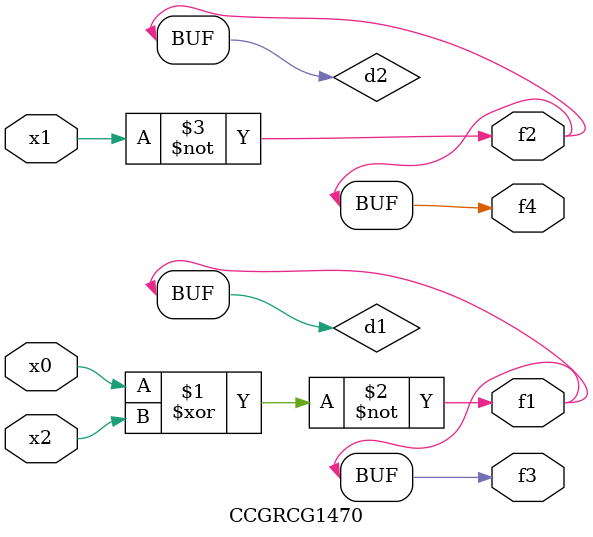
<source format=v>
module CCGRCG1470(
	input x0, x1, x2,
	output f1, f2, f3, f4
);

	wire d1, d2, d3;

	xnor (d1, x0, x2);
	nand (d2, x1);
	nor (d3, x1, x2);
	assign f1 = d1;
	assign f2 = d2;
	assign f3 = d1;
	assign f4 = d2;
endmodule

</source>
